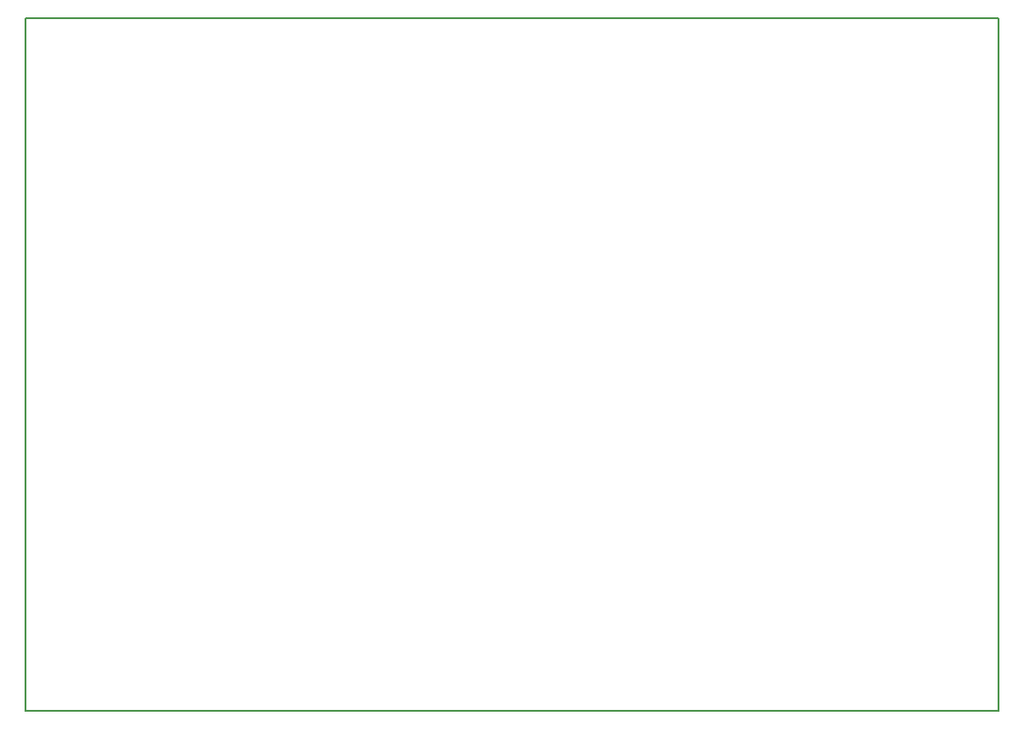
<source format=gm1>
G04 #@! TF.GenerationSoftware,KiCad,Pcbnew,7.0.7*
G04 #@! TF.CreationDate,2023-09-27T11:52:32+02:00*
G04 #@! TF.ProjectId,PCB_Layout_MOSFET,5043425f-4c61-4796-9f75-745f4d4f5346,rev?*
G04 #@! TF.SameCoordinates,Original*
G04 #@! TF.FileFunction,Profile,NP*
%FSLAX46Y46*%
G04 Gerber Fmt 4.6, Leading zero omitted, Abs format (unit mm)*
G04 Created by KiCad (PCBNEW 7.0.7) date 2023-09-27 11:52:32*
%MOMM*%
%LPD*%
G01*
G04 APERTURE LIST*
G04 #@! TA.AperFunction,Profile*
%ADD10C,0.200000*%
G04 #@! TD*
G04 APERTURE END LIST*
D10*
X98900000Y-76800000D02*
X189400000Y-76800000D01*
X189400000Y-141300000D01*
X98900000Y-141300000D01*
X98900000Y-76800000D01*
M02*

</source>
